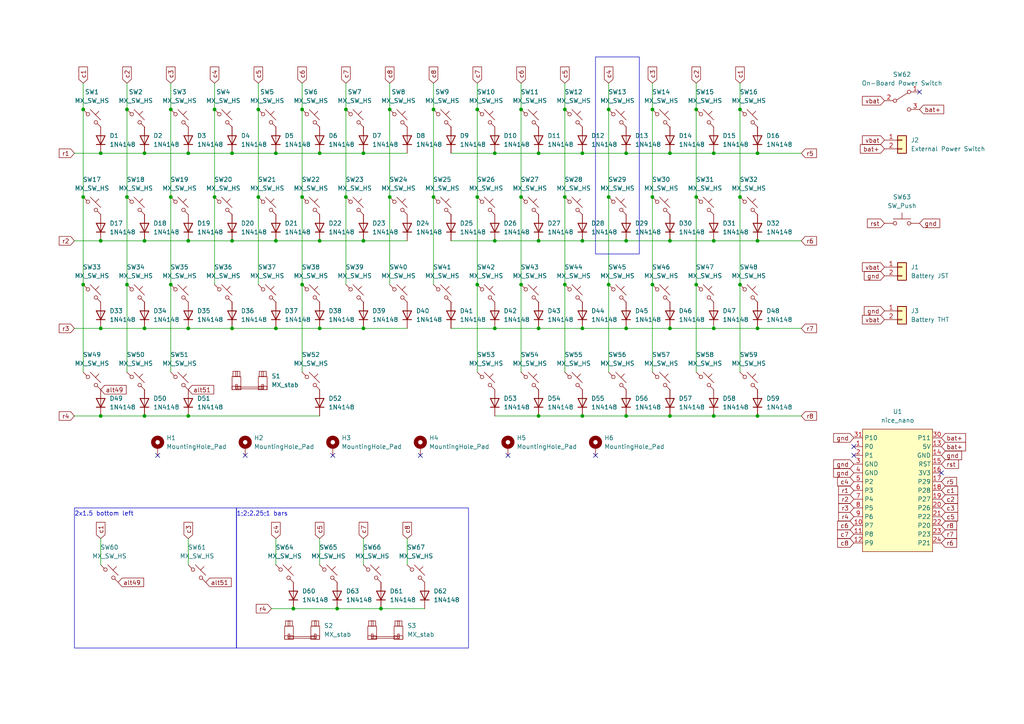
<source format=kicad_sch>
(kicad_sch (version 20230121) (generator eeschema)
  (paper "A4")
  (junction (at 181.61 69.85))
  (junction (at 168.91 95.25))
  (junction (at 219.71 69.85))
  (junction (at 49.53 31.75))
  (junction (at 168.91 69.85))
  (junction (at 29.21 120.65))
  (junction (at 105.41 69.85))
  (junction (at 181.61 95.25))
  (junction (at 189.23 57.15))
  (junction (at 85.09 176.53))
  (junction (at 87.63 82.55))
  (junction (at 110.49 176.53))
  (junction (at 36.83 57.15))
  (junction (at 189.23 82.55))
  (junction (at 74.93 31.75))
  (junction (at 168.91 44.45))
  (junction (at 151.13 57.15))
  (junction (at 194.31 44.45))
  (junction (at 143.51 44.45))
  (junction (at 156.21 120.65))
  (junction (at 163.83 82.55))
  (junction (at 100.33 57.15))
  (junction (at 87.63 57.15))
  (junction (at 24.13 82.55))
  (junction (at 219.71 95.25))
  (junction (at 92.71 95.25))
  (junction (at 194.31 95.25))
  (junction (at 36.83 82.55))
  (junction (at 214.63 31.75))
  (junction (at 80.01 69.85))
  (junction (at 113.03 57.15))
  (junction (at 29.21 69.85))
  (junction (at 176.53 82.55))
  (junction (at 156.21 44.45))
  (junction (at 181.61 44.45))
  (junction (at 125.73 57.15))
  (junction (at 201.93 82.55))
  (junction (at 92.71 69.85))
  (junction (at 54.61 95.25))
  (junction (at 113.03 31.75))
  (junction (at 151.13 82.55))
  (junction (at 29.21 44.45))
  (junction (at 168.91 120.65))
  (junction (at 49.53 57.15))
  (junction (at 74.93 57.15))
  (junction (at 24.13 31.75))
  (junction (at 97.79 176.53))
  (junction (at 100.33 31.75))
  (junction (at 138.43 82.55))
  (junction (at 105.41 44.45))
  (junction (at 214.63 57.15))
  (junction (at 138.43 31.75))
  (junction (at 176.53 31.75))
  (junction (at 41.91 95.25))
  (junction (at 80.01 44.45))
  (junction (at 156.21 69.85))
  (junction (at 36.83 31.75))
  (junction (at 207.01 69.85))
  (junction (at 29.21 95.25))
  (junction (at 151.13 31.75))
  (junction (at 62.23 57.15))
  (junction (at 92.71 44.45))
  (junction (at 80.01 95.25))
  (junction (at 207.01 95.25))
  (junction (at 214.63 82.55))
  (junction (at 201.93 57.15))
  (junction (at 49.53 82.55))
  (junction (at 54.61 44.45))
  (junction (at 194.31 69.85))
  (junction (at 67.31 95.25))
  (junction (at 156.21 95.25))
  (junction (at 54.61 120.65))
  (junction (at 189.23 31.75))
  (junction (at 41.91 120.65))
  (junction (at 54.61 69.85))
  (junction (at 163.83 57.15))
  (junction (at 138.43 57.15))
  (junction (at 67.31 44.45))
  (junction (at 67.31 69.85))
  (junction (at 41.91 44.45))
  (junction (at 125.73 31.75))
  (junction (at 176.53 57.15))
  (junction (at 219.71 120.65))
  (junction (at 41.91 69.85))
  (junction (at 143.51 69.85))
  (junction (at 181.61 120.65))
  (junction (at 62.23 31.75))
  (junction (at 143.51 95.25))
  (junction (at 207.01 120.65))
  (junction (at 87.63 31.75))
  (junction (at 194.31 120.65))
  (junction (at 219.71 44.45))
  (junction (at 24.13 57.15))
  (junction (at 105.41 95.25))
  (junction (at 207.01 44.45))
  (junction (at 163.83 31.75))
  (junction (at 201.93 31.75))
  (no_connect (at 247.65 129.54))
  (no_connect (at 147.32 132.08))
  (no_connect (at 172.72 132.08))
  (no_connect (at 45.72 132.08))
  (no_connect (at 121.92 132.08))
  (no_connect (at 273.05 137.16))
  (no_connect (at 247.65 132.08))
  (no_connect (at 96.52 132.08))
  (no_connect (at 71.12 132.08))
  (no_connect (at 266.7 26.67))
  (wire (pts (xy 214.63 82.55) (xy 214.63 107.95)))
  (wire (pts (xy 125.73 57.15) (xy 125.73 82.55)))
  (wire (pts (xy 80.01 95.25) (xy 92.71 95.25)))
  (wire (pts (xy 201.93 82.55) (xy 201.93 107.95)))
  (wire (pts (xy 21.59 120.65) (xy 29.21 120.65)))
  (wire (pts (xy 105.41 156.21) (xy 105.41 163.83)))
  (wire (pts (xy 100.33 24.13) (xy 100.33 31.75)))
  (wire (pts (xy 151.13 82.55) (xy 151.13 107.95)))
  (wire (pts (xy 105.41 69.85) (xy 118.11 69.85)))
  (wire (pts (xy 54.61 120.65) (xy 92.71 120.65)))
  (wire (pts (xy 87.63 24.13) (xy 87.63 31.75)))
  (wire (pts (xy 214.63 31.75) (xy 214.63 57.15)))
  (wire (pts (xy 54.61 95.25) (xy 67.31 95.25)))
  (wire (pts (xy 100.33 57.15) (xy 100.33 82.55)))
  (wire (pts (xy 105.41 95.25) (xy 118.11 95.25)))
  (wire (pts (xy 176.53 24.13) (xy 176.53 31.75)))
  (wire (pts (xy 80.01 156.21) (xy 80.01 163.83)))
  (wire (pts (xy 113.03 57.15) (xy 113.03 82.55)))
  (wire (pts (xy 36.83 24.13) (xy 36.83 31.75)))
  (wire (pts (xy 207.01 69.85) (xy 219.71 69.85)))
  (wire (pts (xy 24.13 24.13) (xy 24.13 31.75)))
  (wire (pts (xy 151.13 57.15) (xy 151.13 82.55)))
  (wire (pts (xy 189.23 24.13) (xy 189.23 31.75)))
  (wire (pts (xy 176.53 82.55) (xy 176.53 107.95)))
  (wire (pts (xy 29.21 95.25) (xy 41.91 95.25)))
  (wire (pts (xy 130.81 69.85) (xy 143.51 69.85)))
  (wire (pts (xy 163.83 57.15) (xy 163.83 82.55)))
  (wire (pts (xy 92.71 69.85) (xy 105.41 69.85)))
  (wire (pts (xy 24.13 31.75) (xy 24.13 57.15)))
  (wire (pts (xy 41.91 120.65) (xy 54.61 120.65)))
  (wire (pts (xy 219.71 120.65) (xy 232.41 120.65)))
  (wire (pts (xy 163.83 31.75) (xy 163.83 57.15)))
  (wire (pts (xy 41.91 44.45) (xy 54.61 44.45)))
  (wire (pts (xy 189.23 82.55) (xy 189.23 107.95)))
  (wire (pts (xy 181.61 69.85) (xy 194.31 69.85)))
  (wire (pts (xy 29.21 69.85) (xy 41.91 69.85)))
  (wire (pts (xy 207.01 120.65) (xy 219.71 120.65)))
  (wire (pts (xy 194.31 95.25) (xy 207.01 95.25)))
  (wire (pts (xy 125.73 24.13) (xy 125.73 31.75)))
  (wire (pts (xy 189.23 31.75) (xy 189.23 57.15)))
  (wire (pts (xy 85.09 176.53) (xy 97.79 176.53)))
  (wire (pts (xy 67.31 95.25) (xy 80.01 95.25)))
  (wire (pts (xy 36.83 31.75) (xy 36.83 57.15)))
  (wire (pts (xy 74.93 57.15) (xy 74.93 82.55)))
  (wire (pts (xy 194.31 120.65) (xy 207.01 120.65)))
  (wire (pts (xy 36.83 57.15) (xy 36.83 82.55)))
  (wire (pts (xy 176.53 31.75) (xy 176.53 57.15)))
  (wire (pts (xy 67.31 44.45) (xy 80.01 44.45)))
  (wire (pts (xy 168.91 95.25) (xy 181.61 95.25)))
  (wire (pts (xy 163.83 24.13) (xy 163.83 31.75)))
  (wire (pts (xy 24.13 57.15) (xy 24.13 82.55)))
  (wire (pts (xy 41.91 95.25) (xy 54.61 95.25)))
  (wire (pts (xy 168.91 120.65) (xy 181.61 120.65)))
  (wire (pts (xy 138.43 82.55) (xy 138.43 107.95)))
  (wire (pts (xy 181.61 120.65) (xy 194.31 120.65)))
  (wire (pts (xy 118.11 156.21) (xy 118.11 163.83)))
  (wire (pts (xy 62.23 57.15) (xy 62.23 82.55)))
  (wire (pts (xy 219.71 95.25) (xy 232.41 95.25)))
  (wire (pts (xy 113.03 31.75) (xy 113.03 57.15)))
  (wire (pts (xy 29.21 156.21) (xy 29.21 163.83)))
  (wire (pts (xy 21.59 69.85) (xy 29.21 69.85)))
  (wire (pts (xy 80.01 44.45) (xy 92.71 44.45)))
  (wire (pts (xy 29.21 120.65) (xy 41.91 120.65)))
  (wire (pts (xy 105.41 44.45) (xy 118.11 44.45)))
  (wire (pts (xy 92.71 44.45) (xy 105.41 44.45)))
  (wire (pts (xy 151.13 31.75) (xy 151.13 57.15)))
  (wire (pts (xy 201.93 31.75) (xy 201.93 57.15)))
  (wire (pts (xy 62.23 31.75) (xy 62.23 57.15)))
  (wire (pts (xy 189.23 57.15) (xy 189.23 82.55)))
  (wire (pts (xy 36.83 82.55) (xy 36.83 107.95)))
  (wire (pts (xy 125.73 31.75) (xy 125.73 57.15)))
  (wire (pts (xy 54.61 44.45) (xy 67.31 44.45)))
  (wire (pts (xy 67.31 69.85) (xy 80.01 69.85)))
  (wire (pts (xy 201.93 57.15) (xy 201.93 82.55)))
  (wire (pts (xy 194.31 69.85) (xy 207.01 69.85)))
  (wire (pts (xy 130.81 95.25) (xy 143.51 95.25)))
  (wire (pts (xy 92.71 156.21) (xy 92.71 163.83)))
  (wire (pts (xy 21.59 95.25) (xy 29.21 95.25)))
  (wire (pts (xy 49.53 82.55) (xy 49.53 107.95)))
  (wire (pts (xy 207.01 44.45) (xy 219.71 44.45)))
  (wire (pts (xy 143.51 95.25) (xy 156.21 95.25)))
  (wire (pts (xy 143.51 44.45) (xy 156.21 44.45)))
  (wire (pts (xy 49.53 31.75) (xy 49.53 57.15)))
  (wire (pts (xy 219.71 69.85) (xy 232.41 69.85)))
  (wire (pts (xy 80.01 69.85) (xy 92.71 69.85)))
  (wire (pts (xy 163.83 82.55) (xy 163.83 107.95)))
  (wire (pts (xy 156.21 44.45) (xy 168.91 44.45)))
  (wire (pts (xy 143.51 69.85) (xy 156.21 69.85)))
  (wire (pts (xy 194.31 44.45) (xy 207.01 44.45)))
  (wire (pts (xy 168.91 69.85) (xy 181.61 69.85)))
  (wire (pts (xy 87.63 31.75) (xy 87.63 57.15)))
  (wire (pts (xy 207.01 95.25) (xy 219.71 95.25)))
  (wire (pts (xy 181.61 44.45) (xy 194.31 44.45)))
  (wire (pts (xy 168.91 44.45) (xy 181.61 44.45)))
  (wire (pts (xy 176.53 57.15) (xy 176.53 82.55)))
  (wire (pts (xy 156.21 69.85) (xy 168.91 69.85)))
  (wire (pts (xy 100.33 31.75) (xy 100.33 57.15)))
  (wire (pts (xy 156.21 120.65) (xy 168.91 120.65)))
  (wire (pts (xy 92.71 95.25) (xy 105.41 95.25)))
  (wire (pts (xy 110.49 176.53) (xy 123.19 176.53)))
  (wire (pts (xy 156.21 95.25) (xy 168.91 95.25)))
  (wire (pts (xy 138.43 57.15) (xy 138.43 82.55)))
  (wire (pts (xy 214.63 24.13) (xy 214.63 31.75)))
  (wire (pts (xy 201.93 24.13) (xy 201.93 31.75)))
  (wire (pts (xy 113.03 24.13) (xy 113.03 31.75)))
  (wire (pts (xy 54.61 69.85) (xy 67.31 69.85)))
  (wire (pts (xy 138.43 24.13) (xy 138.43 31.75)))
  (wire (pts (xy 181.61 95.25) (xy 194.31 95.25)))
  (wire (pts (xy 21.59 44.45) (xy 29.21 44.45)))
  (wire (pts (xy 29.21 44.45) (xy 41.91 44.45)))
  (wire (pts (xy 87.63 82.55) (xy 87.63 107.95)))
  (wire (pts (xy 214.63 57.15) (xy 214.63 82.55)))
  (wire (pts (xy 74.93 31.75) (xy 74.93 57.15)))
  (wire (pts (xy 151.13 24.13) (xy 151.13 31.75)))
  (wire (pts (xy 97.79 176.53) (xy 110.49 176.53)))
  (wire (pts (xy 130.81 44.45) (xy 143.51 44.45)))
  (wire (pts (xy 87.63 57.15) (xy 87.63 82.55)))
  (wire (pts (xy 219.71 44.45) (xy 232.41 44.45)))
  (wire (pts (xy 138.43 31.75) (xy 138.43 57.15)))
  (wire (pts (xy 24.13 82.55) (xy 24.13 107.95)))
  (wire (pts (xy 54.61 156.21) (xy 54.61 163.83)))
  (wire (pts (xy 49.53 57.15) (xy 49.53 82.55)))
  (wire (pts (xy 41.91 69.85) (xy 54.61 69.85)))
  (wire (pts (xy 62.23 24.13) (xy 62.23 31.75)))
  (wire (pts (xy 74.93 24.13) (xy 74.93 31.75)))
  (wire (pts (xy 78.74 176.53) (xy 85.09 176.53)))
  (wire (pts (xy 143.51 120.65) (xy 156.21 120.65)))
  (wire (pts (xy 49.53 24.13) (xy 49.53 31.75)))
  (rectangle (start 68.58 147.32) (end 135.89 187.96))
  (rectangle (start 21.59 147.32) (end 68.58 187.96))
  (rectangle (start 172.72 16.51) (end 185.42 73.66))
  (text "1;2;2.25;1 bars" (at 68.58 149.86 0) (effects (font (size 1.27 1.27)) (justify left bottom)))
  (text "2x1.5 bottom left" (at 21.59 149.86 0) (effects (font (size 1.27 1.27)) (justify left bottom)))
  (global_label "gnd" (shape input) (at 247.65 127 180) (property "Intersheetrefs" "${INTERSHEET_REFS}" (effects hide)))
  (global_label "rst" (shape input) (at 273.05 134.62 0) (property "Intersheetrefs" "${INTERSHEET_REFS}" (effects hide)))
  (global_label "bat+" (shape input) (at 266.7 31.75 0) (property "Intersheetrefs" "${INTERSHEET_REFS}" (effects hide)))
  (global_label "c2" (shape input) (at 201.93 24.13 90) (property "Intersheetrefs" "${INTERSHEET_REFS}" (effects hide)))
  (global_label "c3" (shape input) (at 273.05 147.32 0) (property "Intersheetrefs" "${INTERSHEET_REFS}" (effects hide)))
  (global_label "r8" (shape input) (at 232.41 120.65 0) (property "Intersheetrefs" "${INTERSHEET_REFS}" (effects hide)))
  (global_label "c4" (shape input) (at 247.65 139.7 180) (property "Intersheetrefs" "${INTERSHEET_REFS}" (effects hide)))
  (global_label "vbat" (shape input) (at 256.54 40.64 180) (property "Intersheetrefs" "${INTERSHEET_REFS}" (effects hide)))
  (global_label "c8" (shape input) (at 247.65 157.48 180) (property "Intersheetrefs" "${INTERSHEET_REFS}" (effects hide)))
  (global_label "alt51" (shape input) (at 54.61 113.03 0) (property "Intersheetrefs" "${INTERSHEET_REFS}" (effects hide)))
  (global_label "r2" (shape input) (at 247.65 144.78 180) (property "Intersheetrefs" "${INTERSHEET_REFS}" (effects hide)))
  (global_label "r4" (shape input) (at 247.65 149.86 180) (property "Intersheetrefs" "${INTERSHEET_REFS}" (effects hide)))
  (global_label "r6" (shape input) (at 273.05 157.48 0) (property "Intersheetrefs" "${INTERSHEET_REFS}" (effects hide)))
  (global_label "vbat" (shape input) (at 256.54 77.47 180) (property "Intersheetrefs" "${INTERSHEET_REFS}" (effects hide)))
  (global_label "r3" (shape input) (at 247.65 147.32 180) (property "Intersheetrefs" "${INTERSHEET_REFS}" (effects hide)))
  (global_label "c8" (shape input) (at 113.03 24.13 90) (property "Intersheetrefs" "${INTERSHEET_REFS}" (effects hide)))
  (global_label "r3" (shape input) (at 21.59 95.25 180) (property "Intersheetrefs" "${INTERSHEET_REFS}" (effects hide)))
  (global_label "rst" (shape input) (at 256.54 64.77 180) (property "Intersheetrefs" "${INTERSHEET_REFS}" (effects hide)))
  (global_label "c7" (shape input) (at 247.65 154.94 180) (property "Intersheetrefs" "${INTERSHEET_REFS}" (effects hide)))
  (global_label "c6" (shape input) (at 247.65 152.4 180) (property "Intersheetrefs" "${INTERSHEET_REFS}" (effects hide)))
  (global_label "r2" (shape input) (at 21.59 69.85 180) (property "Intersheetrefs" "${INTERSHEET_REFS}" (effects hide)))
  (global_label "c5" (shape input) (at 163.83 24.13 90) (property "Intersheetrefs" "${INTERSHEET_REFS}" (effects hide)))
  (global_label "bat+" (shape input) (at 273.05 127 0) (property "Intersheetrefs" "${INTERSHEET_REFS}" (effects hide)))
  (global_label "r1" (shape input) (at 247.65 142.24 180) (property "Intersheetrefs" "${INTERSHEET_REFS}" (effects hide)))
  (global_label "alt49" (shape input) (at 29.21 113.03 0) (property "Intersheetrefs" "${INTERSHEET_REFS}" (effects hide)))
  (global_label "c6" (shape input) (at 151.13 24.13 90) (property "Intersheetrefs" "${INTERSHEET_REFS}" (effects hide)))
  (global_label "c8" (shape input) (at 118.11 156.21 90) (property "Intersheetrefs" "${INTERSHEET_REFS}" (effects hide)))
  (global_label "c3" (shape input) (at 189.23 24.13 90) (property "Intersheetrefs" "${INTERSHEET_REFS}" (effects hide)))
  (global_label "vbat" (shape input) (at 256.54 29.21 180) (property "Intersheetrefs" "${INTERSHEET_REFS}" (effects hide)))
  (global_label "r5" (shape input) (at 273.05 139.7 0) (property "Intersheetrefs" "${INTERSHEET_REFS}" (effects hide)))
  (global_label "gnd" (shape input) (at 247.65 134.62 180) (property "Intersheetrefs" "${INTERSHEET_REFS}" (effects hide)))
  (global_label "r4" (shape input) (at 21.59 120.65 180) (property "Intersheetrefs" "${INTERSHEET_REFS}" (effects hide)))
  (global_label "c1" (shape input) (at 273.05 142.24 0) (property "Intersheetrefs" "${INTERSHEET_REFS}" (effects hide)))
  (global_label "c7" (shape input) (at 100.33 24.13 90) (property "Intersheetrefs" "${INTERSHEET_REFS}" (effects hide)))
  (global_label "bat+" (shape input) (at 256.54 43.18 180) (property "Intersheetrefs" "${INTERSHEET_REFS}" (effects hide)))
  (global_label "c4" (shape input) (at 80.01 156.21 90) (property "Intersheetrefs" "${INTERSHEET_REFS}" (effects hide)))
  (global_label "gnd" (shape input) (at 247.65 137.16 180) (property "Intersheetrefs" "${INTERSHEET_REFS}" (effects hide)))
  (global_label "r5" (shape input) (at 232.41 44.45 0) (property "Intersheetrefs" "${INTERSHEET_REFS}" (effects hide)))
  (global_label "c5" (shape input) (at 273.05 149.86 0) (property "Intersheetrefs" "${INTERSHEET_REFS}" (effects hide)))
  (global_label "r6" (shape input) (at 232.41 69.85 0) (property "Intersheetrefs" "${INTERSHEET_REFS}" (effects hide)))
  (global_label "gnd" (shape input) (at 273.05 132.08 0) (property "Intersheetrefs" "${INTERSHEET_REFS}" (effects hide)))
  (global_label "alt49" (shape input) (at 34.29 168.91 0) (property "Intersheetrefs" "${INTERSHEET_REFS}" (effects hide)))
  (global_label "c2" (shape input) (at 36.83 24.13 90) (property "Intersheetrefs" "${INTERSHEET_REFS}" (effects hide)))
  (global_label "c4" (shape input) (at 176.53 24.13 90) (property "Intersheetrefs" "${INTERSHEET_REFS}" (effects hide)))
  (global_label "c8" (shape input) (at 125.73 24.13 90) (property "Intersheetrefs" "${INTERSHEET_REFS}" (effects hide)))
  (global_label "alt51" (shape input) (at 59.69 168.91 0) (property "Intersheetrefs" "${INTERSHEET_REFS}" (effects hide)))
  (global_label "c5" (shape input) (at 92.71 156.21 90) (property "Intersheetrefs" "${INTERSHEET_REFS}" (effects hide)))
  (global_label "c3" (shape input) (at 54.61 156.21 90) (property "Intersheetrefs" "${INTERSHEET_REFS}" (effects hide)))
  (global_label "bat+" (shape input) (at 273.05 129.54 0) (property "Intersheetrefs" "${INTERSHEET_REFS}" (effects hide)))
  (global_label "gnd" (shape input) (at 256.54 90.17 180) (property "Intersheetrefs" "${INTERSHEET_REFS}" (effects hide)))
  (global_label "c5" (shape input) (at 74.93 24.13 90) (property "Intersheetrefs" "${INTERSHEET_REFS}" (effects hide)))
  (global_label "r7" (shape input) (at 273.05 154.94 0) (property "Intersheetrefs" "${INTERSHEET_REFS}" (effects hide)))
  (global_label "vbat" (shape input) (at 256.54 92.71 180) (property "Intersheetrefs" "${INTERSHEET_REFS}" (effects hide)))
  (global_label "c7" (shape input) (at 138.43 24.13 90) (property "Intersheetrefs" "${INTERSHEET_REFS}" (effects hide)))
  (global_label "c4" (shape input) (at 62.23 24.13 90) (property "Intersheetrefs" "${INTERSHEET_REFS}" (effects hide)))
  (global_label "r4" (shape input) (at 78.74 176.53 180) (property "Intersheetrefs" "${INTERSHEET_REFS}" (effects hide)))
  (global_label "c6" (shape input) (at 87.63 24.13 90) (property "Intersheetrefs" "${INTERSHEET_REFS}" (effects hide)))
  (global_label "c7" (shape input) (at 105.41 156.21 90) (property "Intersheetrefs" "${INTERSHEET_REFS}" (effects hide)))
  (global_label "r7" (shape input) (at 232.41 95.25 0) (property "Intersheetrefs" "${INTERSHEET_REFS}" (effects hide)))
  (global_label "r1" (shape input) (at 21.59 44.45 180) (property "Intersheetrefs" "${INTERSHEET_REFS}" (effects hide)))
  (global_label "gnd" (shape input) (at 266.7 64.77 0) (property "Intersheetrefs" "${INTERSHEET_REFS}" (effects hide)))
  (global_label "c2" (shape input) (at 273.05 144.78 0) (property "Intersheetrefs" "${INTERSHEET_REFS}" (effects hide)))
  (global_label "r8" (shape input) (at 273.05 152.4 0) (property "Intersheetrefs" "${INTERSHEET_REFS}" (effects hide)))
  (global_label "c1" (shape input) (at 29.21 156.21 90) (property "Intersheetrefs" "${INTERSHEET_REFS}" (effects hide)))
  (global_label "c1" (shape input) (at 24.13 24.13 90) (property "Intersheetrefs" "${INTERSHEET_REFS}" (effects hide)))
  (global_label "c3" (shape input) (at 49.53 24.13 90) (property "Intersheetrefs" "${INTERSHEET_REFS}" (effects hide)))
  (global_label "gnd" (shape input) (at 256.54 80.01 180) (property "Intersheetrefs" "${INTERSHEET_REFS}" (effects hide)))
  (global_label "c1" (shape input) (at 214.63 24.13 90) (property "Intersheetrefs" "${INTERSHEET_REFS}" (effects hide)))
  (symbol (lib_id "marbastlib-mx:MX_SW_HS") (at 179.07 59.69 0) (unit 1)
    (property "Reference" "SW29" (at 179.07 52.07 0))
    (property "Value" "MX_SW_HS" (at 179.07 54.61 0))
    (property "Footprint" "marbastlib-mx:SW_MX_1u" (effects hide))
  )
  (symbol (lib_id "Diode:1N4148") (at 181.61 40.64 90) (unit 1)
    (property "Reference" "D13" (at 184.15 39.37 90) (effects (justify right)))
    (property "Value" "1N4148" (at 184.15 41.91 90) (effects (justify right)))
    (property "Footprint" "Diode_SMD:D_1206_3216Metric_Pad1.42x1.75mm_HandSolder" (effects hide))
    (property "Datasheet" "https://assets.nexperia.com/documents/data-sheet/1N4148_1N4448.pdf" (effects hide))
    (property "Sim.Device" "D" (effects hide))
    (property "Sim.Pins" "1=K 2=A" (effects hide))
  )
  (symbol (lib_id "marbastlib-mx:MX_SW_HS") (at 120.65 166.37 0) (unit 1)
    (property "Reference" "SW67" (at 120.65 158.75 0))
    (property "Value" "MX_SW_HS" (at 120.65 161.29 0))
    (property "Footprint" "marbastlib-mx:SW_MX_HS_1u" (effects hide))
  )
  (symbol (lib_id "Diode:1N4148") (at 118.11 91.44 90) (unit 1)
    (property "Reference" "D40" (at 120.65 90.17 90) (effects (justify right)))
    (property "Value" "1N4148" (at 120.65 92.71 90) (effects (justify right)))
    (property "Footprint" "Diode_SMD:D_1206_3216Metric_Pad1.42x1.75mm_HandSolder" (effects hide))
    (property "Datasheet" "https://assets.nexperia.com/documents/data-sheet/1N4148_1N4448.pdf" (effects hide))
    (property "Sim.Device" "D" (effects hide))
    (property "Sim.Pins" "1=K 2=A" (effects hide))
  )
  (symbol (lib_id "Diode:1N4148") (at 194.31 116.84 90) (unit 1)
    (property "Reference" "D57" (at 196.85 115.57 90) (effects (justify right)))
    (property "Value" "1N4148" (at 196.85 118.11 90) (effects (justify right)))
    (property "Footprint" "Diode_SMD:D_1206_3216Metric_Pad1.42x1.75mm_HandSolder" (effects hide))
    (property "Datasheet" "https://assets.nexperia.com/documents/data-sheet/1N4148_1N4448.pdf" (effects hide))
    (property "Sim.Device" "D" (effects hide))
    (property "Sim.Pins" "1=K 2=A" (effects hide))
  )
  (symbol (lib_id "marbastlib-mx:MX_SW_HS") (at 115.57 59.69 0) (unit 1)
    (property "Reference" "SW24" (at 115.57 52.07 0))
    (property "Value" "MX_SW_HS" (at 115.57 54.61 0))
    (property "Footprint" "marbastlib-mx:SW_MX_HS_1u" (effects hide))
  )
  (symbol (lib_id "Diode:1N4148") (at 181.61 116.84 90) (unit 1)
    (property "Reference" "D56" (at 184.15 115.57 90) (effects (justify right)))
    (property "Value" "1N4148" (at 184.15 118.11 90) (effects (justify right)))
    (property "Footprint" "Diode_SMD:D_1206_3216Metric_Pad1.42x1.75mm_HandSolder" (effects hide))
    (property "Datasheet" "https://assets.nexperia.com/documents/data-sheet/1N4148_1N4448.pdf" (effects hide))
    (property "Sim.Device" "D" (effects hide))
    (property "Sim.Pins" "1=K 2=A" (effects hide))
  )
  (symbol (lib_id "Diode:1N4148") (at 168.91 66.04 90) (unit 1)
    (property "Reference" "D28" (at 171.45 64.77 90) (effects (justify right)))
    (property "Value" "1N4148" (at 171.45 67.31 90) (effects (justify right)))
    (property "Footprint" "Diode_SMD:D_1206_3216Metric_Pad1.42x1.75mm_HandSolder" (effects hide))
    (property "Datasheet" "https://assets.nexperia.com/documents/data-sheet/1N4148_1N4448.pdf" (effects hide))
    (property "Sim.Device" "D" (effects hide))
    (property "Sim.Pins" "1=K 2=A" (effects hide))
  )
  (symbol (lib_id "marbastlib-mx:MX_SW_HS") (at 52.07 110.49 0) (unit 1)
    (property "Reference" "SW51" (at 52.07 102.87 0))
    (property "Value" "MX_SW_HS" (at 52.07 105.41 0))
    (property "Footprint" "marbastlib-mx:SW_MX_HS_1u" (effects hide))
  )
  (symbol (lib_id "marbastlib-mx:MX_SW_HS") (at 140.97 34.29 0) (unit 1)
    (property "Reference" "SW10" (at 140.97 26.67 0))
    (property "Value" "MX_SW_HS" (at 140.97 29.21 0))
    (property "Footprint" "marbastlib-mx:SW_MX_HS_1u" (effects hide))
  )
  (symbol (lib_id "marbastlib-mx:MX_SW_HS") (at 82.55 166.37 0) (unit 1)
    (property "Reference" "SW64" (at 82.55 158.75 0))
    (property "Value" "MX_SW_HS" (at 82.55 161.29 0))
    (property "Footprint" "marbastlib-mx:SW_MX_HS_1u" (effects hide))
  )
  (symbol (lib_id "marbastlib-mx:MX_SW_HS") (at 31.75 166.37 0) (unit 1)
    (property "Reference" "SW60" (at 31.75 158.75 0))
    (property "Value" "MX_SW_HS" (at 31.75 161.29 0))
    (property "Footprint" "marbastlib-mx:SW_MX_HS_1.5u" (effects hide))
  )
  (symbol (lib_id "marbastlib-mx:MX_SW_HS") (at 52.07 85.09 0) (unit 1)
    (property "Reference" "SW35" (at 52.07 77.47 0))
    (property "Value" "MX_SW_HS" (at 52.07 80.01 0))
    (property "Footprint" "marbastlib-mx:SW_MX_HS_1u" (effects hide))
  )
  (symbol (lib_id "Switch:SW_SPDT") (at 261.62 29.21 0) (unit 1)
    (property "Reference" "SW62" (at 261.62 21.59 0))
    (property "Value" "On-Board Power Switch" (at 261.62 24.13 0))
    (property "Footprint" "BeiBob:SW_SPDT_PCM12" (effects hide))
  )
  (symbol (lib_id "PCM_marbastlib-mx:MX_stab") (at 111.76 182.88 0) (unit 1)
    (property "Reference" "S3" (at 118.11 181.483 0) (effects (justify left)))
    (property "Value" "MX_stab" (at 118.11 184.023 0) (effects (justify left)))
    (property "Footprint" "PCM_marbastlib-mx:STAB_MX_P_2.25u" (effects hide))
  )
  (symbol (lib_id "Diode:1N4148") (at 67.31 66.04 90) (unit 1)
    (property "Reference" "D20" (at 69.85 64.77 90) (effects (justify right)))
    (property "Value" "1N4148" (at 69.85 67.31 90) (effects (justify right)))
    (property "Footprint" "Diode_SMD:D_1206_3216Metric_Pad1.42x1.75mm_HandSolder" (effects hide))
    (property "Datasheet" "https://assets.nexperia.com/documents/data-sheet/1N4148_1N4448.pdf" (effects hide))
    (property "Sim.Device" "D" (effects hide))
    (property "Sim.Pins" "1=K 2=A" (effects hide))
  )
  (symbol (lib_id "marbastlib-mx:MX_SW_HS") (at 52.07 59.69 0) (unit 1)
    (property "Reference" "SW19" (at 52.07 52.07 0))
    (property "Value" "MX_SW_HS" (at 52.07 54.61 0))
    (property "Footprint" "marbastlib-mx:SW_MX_HS_1u" (effects hide))
  )
  (symbol (lib_id "marbastlib-mx:MX_SW_HS") (at 102.87 85.09 0) (unit 1)
    (property "Reference" "SW39" (at 102.87 77.47 0))
    (property "Value" "MX_SW_HS" (at 102.87 80.01 0))
    (property "Footprint" "marbastlib-mx:SW_MX_HS_1u" (effects hide))
  )
  (symbol (lib_id "Diode:1N4148") (at 130.81 91.44 90) (unit 1)
    (property "Reference" "D41" (at 133.35 90.17 90) (effects (justify right)))
    (property "Value" "1N4148" (at 133.35 92.71 90) (effects (justify right)))
    (property "Footprint" "Diode_SMD:D_1206_3216Metric_Pad1.42x1.75mm_HandSolder" (effects hide))
    (property "Datasheet" "https://assets.nexperia.com/documents/data-sheet/1N4148_1N4448.pdf" (effects hide))
    (property "Sim.Device" "D" (effects hide))
    (property "Sim.Pins" "1=K 2=A" (effects hide))
  )
  (symbol (lib_id "Diode:1N4148") (at 85.09 172.72 90) (unit 1)
    (property "Reference" "D60" (at 87.63 171.45 90) (effects (justify right)))
    (property "Value" "1N4148" (at 87.63 173.99 90) (effects (justify right)))
    (property "Footprint" "Diode_SMD:D_1206_3216Metric_Pad1.42x1.75mm_HandSolder" (effects hide))
    (property "Datasheet" "https://assets.nexperia.com/documents/data-sheet/1N4148_1N4448.pdf" (effects hide))
    (property "Sim.Device" "D" (effects hide))
    (property "Sim.Pins" "1=K 2=A" (effects hide))
  )
  (symbol (lib_id "marbastlib-mx:MX_SW_HS") (at 115.57 34.29 0) (unit 1)
    (property "Reference" "SW8" (at 115.57 26.67 0))
    (property "Value" "MX_SW_HS" (at 115.57 29.21 0))
    (property "Footprint" "marbastlib-mx:SW_MX_HS_1u" (effects hide))
  )
  (symbol (lib_id "marbastlib-mx:MX_SW_HS") (at 39.37 85.09 0) (unit 1)
    (property "Reference" "SW34" (at 39.37 77.47 0))
    (property "Value" "MX_SW_HS" (at 39.37 80.01 0))
    (property "Footprint" "marbastlib-mx:SW_MX_HS_1u" (effects hide))
  )
  (symbol (lib_id "Diode:1N4148") (at 143.51 40.64 90) (unit 1)
    (property "Reference" "D10" (at 146.05 39.37 90) (effects (justify right)))
    (property "Value" "1N4148" (at 146.05 41.91 90) (effects (justify right)))
    (property "Footprint" "Diode_SMD:D_1206_3216Metric_Pad1.42x1.75mm_HandSolder" (effects hide))
    (property "Datasheet" "https://assets.nexperia.com/documents/data-sheet/1N4148_1N4448.pdf" (effects hide))
    (property "Sim.Device" "D" (effects hide))
    (property "Sim.Pins" "1=K 2=A" (effects hide))
  )
  (symbol (lib_id "Diode:1N4148") (at 156.21 91.44 90) (unit 1)
    (property "Reference" "D43" (at 158.75 90.17 90) (effects (justify right)))
    (property "Value" "1N4148" (at 158.75 92.71 90) (effects (justify right)))
    (property "Footprint" "Diode_SMD:D_1206_3216Metric_Pad1.42x1.75mm_HandSolder" (effects hide))
    (property "Datasheet" "https://assets.nexperia.com/documents/data-sheet/1N4148_1N4448.pdf" (effects hide))
    (property "Sim.Device" "D" (effects hide))
    (property "Sim.Pins" "1=K 2=A" (effects hide))
  )
  (symbol (lib_id "PCM_marbastlib-mx:MX_stab") (at 87.63 182.88 0) (unit 1)
    (property "Reference" "S2" (at 93.98 181.483 0) (effects (justify left)))
    (property "Value" "MX_stab" (at 93.98 184.023 0) (effects (justify left)))
    (property "Footprint" "PCM_marbastlib-mx:STAB_MX_P_2u" (effects hide))
  )
  (symbol (lib_id "marbastlib-mx:MX_SW_HS") (at 153.67 85.09 0) (unit 1)
    (property "Reference" "SW43" (at 153.67 77.47 0))
    (property "Value" "MX_SW_HS" (at 153.67 80.01 0))
    (property "Footprint" "marbastlib-mx:SW_MX_HS_1u" (effects hide))
  )
  (symbol (lib_id "Diode:1N4148") (at 181.61 91.44 90) (unit 1)
    (property "Reference" "D45" (at 184.15 90.17 90) (effects (justify right)))
    (property "Value" "1N4148" (at 184.15 92.71 90) (effects (justify right)))
    (property "Footprint" "Diode_SMD:D_1206_3216Metric_Pad1.42x1.75mm_HandSolder" (effects hide))
    (property "Datasheet" "https://assets.nexperia.com/documents/data-sheet/1N4148_1N4448.pdf" (effects hide))
    (property "Sim.Device" "D" (effects hide))
    (property "Sim.Pins" "1=K 2=A" (effects hide))
  )
  (symbol (lib_id "Diode:1N4148") (at 97.79 172.72 90) (unit 1)
    (property "Reference" "D63" (at 100.33 171.45 90) (effects (justify right)))
    (property "Value" "1N4148" (at 100.33 173.99 90) (effects (justify right)))
    (property "Footprint" "Diode_SMD:D_1206_3216Metric_Pad1.42x1.75mm_HandSolder" (effects hide))
    (property "Datasheet" "https://assets.nexperia.com/documents/data-sheet/1N4148_1N4448.pdf" (effects hide))
    (property "Sim.Device" "D" (effects hide))
    (property "Sim.Pins" "1=K 2=A" (effects hide))
  )
  (symbol (lib_id "Diode:1N4148") (at 168.91 116.84 90) (unit 1)
    (property "Reference" "D55" (at 171.45 115.57 90) (effects (justify right)))
    (property "Value" "1N4148" (at 171.45 118.11 90) (effects (justify right)))
    (property "Footprint" "Diode_SMD:D_1206_3216Metric_Pad1.42x1.75mm_HandSolder" (effects hide))
    (property "Datasheet" "https://assets.nexperia.com/documents/data-sheet/1N4148_1N4448.pdf" (effects hide))
    (property "Sim.Device" "D" (effects hide))
    (property "Sim.Pins" "1=K 2=A" (effects hide))
  )
  (symbol (lib_id "Diode:1N4148") (at 118.11 66.04 90) (unit 1)
    (property "Reference" "D24" (at 120.65 64.77 90) (effects (justify right)))
    (property "Value" "1N4148" (at 120.65 67.31 90) (effects (justify right)))
    (property "Footprint" "Diode_SMD:D_1206_3216Metric_Pad1.42x1.75mm_HandSolder" (effects hide))
    (property "Datasheet" "https://assets.nexperia.com/documents/data-sheet/1N4148_1N4448.pdf" (effects hide))
    (property "Sim.Device" "D" (effects hide))
    (property "Sim.Pins" "1=K 2=A" (effects hide))
  )
  (symbol (lib_id "Diode:1N4148") (at 29.21 40.64 90) (unit 1)
    (property "Reference" "D1" (at 31.75 39.37 90) (effects (justify right)))
    (property "Value" "1N4148" (at 31.75 41.91 90) (effects (justify right)))
    (property "Footprint" "Diode_SMD:D_1206_3216Metric_Pad1.42x1.75mm_HandSolder" (effects hide))
    (property "Datasheet" "https://assets.nexperia.com/documents/data-sheet/1N4148_1N4448.pdf" (effects hide))
    (property "Sim.Device" "D" (effects hide))
    (property "Sim.Pins" "1=K 2=A" (effects hide))
  )
  (symbol (lib_id "Diode:1N4148") (at 29.21 116.84 90) (unit 1)
    (property "Reference" "D49" (at 31.75 115.57 90) (effects (justify right)))
    (property "Value" "1N4148" (at 31.75 118.11 90) (effects (justify right)))
    (property "Footprint" "Diode_SMD:D_1206_3216Metric_Pad1.42x1.75mm_HandSolder" (effects hide))
    (property "Datasheet" "https://assets.nexperia.com/documents/data-sheet/1N4148_1N4448.pdf" (effects hide))
    (property "Sim.Device" "D" (effects hide))
    (property "Sim.Pins" "1=K 2=A" (effects hide))
  )
  (symbol (lib_id "Diode:1N4148") (at 54.61 66.04 90) (unit 1)
    (property "Reference" "D19" (at 57.15 64.77 90) (effects (justify right)))
    (property "Value" "1N4148" (at 57.15 67.31 90) (effects (justify right)))
    (property "Footprint" "Diode_SMD:D_1206_3216Metric_Pad1.42x1.75mm_HandSolder" (effects hide))
    (property "Datasheet" "https://assets.nexperia.com/documents/data-sheet/1N4148_1N4448.pdf" (effects hide))
    (property "Sim.Device" "D" (effects hide))
    (property "Sim.Pins" "1=K 2=A" (effects hide))
  )
  (symbol (lib_id "marbastlib-mx:MX_SW_HS") (at 64.77 85.09 0) (unit 1)
    (property "Reference" "SW36" (at 64.77 77.47 0))
    (property "Value" "MX_SW_HS" (at 64.77 80.01 0))
    (property "Footprint" "marbastlib-mx:SW_MX_HS_1u" (effects hide))
  )
  (symbol (lib_id "Diode:1N4148") (at 41.91 40.64 90) (unit 1)
    (property "Reference" "D2" (at 44.45 39.37 90) (effects (justify right)))
    (property "Value" "1N4148" (at 44.45 41.91 90) (effects (justify right)))
    (property "Footprint" "Diode_SMD:D_1206_3216Metric_Pad1.42x1.75mm_HandSolder" (effects hide))
    (property "Datasheet" "https://assets.nexperia.com/documents/data-sheet/1N4148_1N4448.pdf" (effects hide))
    (property "Sim.Device" "D" (effects hide))
    (property "Sim.Pins" "1=K 2=A" (effects hide))
  )
  (symbol (lib_id "Diode:1N4148") (at 41.91 66.04 90) (unit 1)
    (property "Reference" "D18" (at 44.45 64.77 90) (effects (justify right)))
    (property "Value" "1N4148" (at 44.45 67.31 90) (effects (justify right)))
    (property "Footprint" "Diode_SMD:D_1206_3216Metric_Pad1.42x1.75mm_HandSolder" (effects hide))
    (property "Datasheet" "https://assets.nexperia.com/documents/data-sheet/1N4148_1N4448.pdf" (effects hide))
    (property "Sim.Device" "D" (effects hide))
    (property "Sim.Pins" "1=K 2=A" (effects hide))
  )
  (symbol (lib_id "Diode:1N4148") (at 110.49 172.72 90) (unit 1)
    (property "Reference" "D61" (at 113.03 171.45 90) (effects (justify right)))
    (property "Value" "1N4148" (at 113.03 173.99 90) (effects (justify right)))
    (property "Footprint" "Diode_SMD:D_1206_3216Metric_Pad1.42x1.75mm_HandSolder" (effects hide))
    (property "Datasheet" "https://assets.nexperia.com/documents/data-sheet/1N4148_1N4448.pdf" (effects hide))
    (property "Sim.Device" "D" (effects hide))
    (property "Sim.Pins" "1=K 2=A" (effects hide))
  )
  (symbol (lib_id "marbastlib-mx:MX_SW_HS") (at 52.07 34.29 0) (unit 1)
    (property "Reference" "SW3" (at 52.07 26.67 0))
    (property "Value" "MX_SW_HS" (at 52.07 29.21 0))
    (property "Footprint" "marbastlib-mx:SW_MX_HS_1u" (effects hide))
  )
  (symbol (lib_id "marbastlib-mx:MX_SW_HS") (at 204.47 110.49 0) (unit 1)
    (property "Reference" "SW58" (at 204.47 102.87 0))
    (property "Value" "MX_SW_HS" (at 204.47 105.41 0))
    (property "Footprint" "marbastlib-mx:SW_MX_HS_1u" (effects hide))
  )
  (symbol (lib_id "Diode:1N4148") (at 194.31 40.64 90) (unit 1)
    (property "Reference" "D14" (at 196.85 39.37 90) (effects (justify right)))
    (property "Value" "1N4148" (at 196.85 41.91 90) (effects (justify right)))
    (property "Footprint" "Diode_SMD:D_1206_3216Metric_Pad1.42x1.75mm_HandSolder" (effects hide))
    (property "Datasheet" "https://assets.nexperia.com/documents/data-sheet/1N4148_1N4448.pdf" (effects hide))
    (property "Sim.Device" "D" (effects hide))
    (property "Sim.Pins" "1=K 2=A" (effects hide))
  )
  (symbol (lib_id "Diode:1N4148") (at 207.01 40.64 90) (unit 1)
    (property "Reference" "D15" (at 209.55 39.37 90) (effects (justify right)))
    (property "Value" "1N4148" (at 209.55 41.91 90) (effects (justify right)))
    (property "Footprint" "Diode_SMD:D_1206_3216Metric_Pad1.42x1.75mm_HandSolder" (effects hide))
    (property "Datasheet" "https://assets.nexperia.com/documents/data-sheet/1N4148_1N4448.pdf" (effects hide))
    (property "Sim.Device" "D" (effects hide))
    (property "Sim.Pins" "1=K 2=A" (effects hide))
  )
  (symbol (lib_id "marbastlib-mx:MX_SW_HS") (at 39.37 59.69 0) (unit 1)
    (property "Reference" "SW18" (at 39.37 52.07 0))
    (property "Value" "MX_SW_HS" (at 39.37 54.61 0))
    (property "Footprint" "marbastlib-mx:SW_MX_HS_1u" (effects hide))
  )
  (symbol (lib_id "Diode:1N4148") (at 29.21 91.44 90) (unit 1)
    (property "Reference" "D33" (at 31.75 90.17 90) (effects (justify right)))
    (property "Value" "1N4148" (at 31.75 92.71 90) (effects (justify right)))
    (property "Footprint" "Diode_SMD:D_1206_3216Metric_Pad1.42x1.75mm_HandSolder" (effects hide))
    (property "Datasheet" "https://assets.nexperia.com/documents/data-sheet/1N4148_1N4448.pdf" (effects hide))
    (property "Sim.Device" "D" (effects hide))
    (property "Sim.Pins" "1=K 2=A" (effects hide))
  )
  (symbol (lib_id "marbastlib-mx:MX_SW_HS") (at 26.67 59.69 0) (unit 1)
    (property "Reference" "SW17" (at 26.67 52.07 0))
    (property "Value" "MX_SW_HS" (at 26.67 54.61 0))
    (property "Footprint" "marbastlib-mx:SW_MX_HS_1.25u" (effects hide))
  )
  (symbol (lib_id "marbastlib-mx:MX_SW_HS") (at 166.37 85.09 0) (unit 1)
    (property "Reference" "SW44" (at 166.37 77.47 0))
    (property "Value" "MX_SW_HS" (at 166.37 80.01 0))
    (property "Footprint" "marbastlib-mx:SW_MX_HS_1u" (effects hide))
  )
  (symbol (lib_id "marbastlib-mx:MX_SW_HS") (at 153.67 34.29 0) (unit 1)
    (property "Reference" "SW11" (at 153.67 26.67 0))
    (property "Value" "MX_SW_HS" (at 153.67 29.21 0))
    (property "Footprint" "marbastlib-mx:SW_MX_HS_1u" (effects hide))
  )
  (symbol (lib_id "Diode:1N4148") (at 168.91 91.44 90) (unit 1)
    (property "Reference" "D44" (at 171.45 90.17 90) (effects (justify right)))
    (property "Value" "1N4148" (at 171.45 92.71 90) (effects (justify right)))
    (property "Footprint" "Diode_SMD:D_1206_3216Metric_Pad1.42x1.75mm_HandSolder" (effects hide))
    (property "Datasheet" "https://assets.nexperia.com/documents/data-sheet/1N4148_1N4448.pdf" (effects hide))
    (property "Sim.Device" "D" (effects hide))
    (property "Sim.Pins" "1=K 2=A" (effects hide))
  )
  (symbol (lib_id "Mechanical:MountingHole_Pad") (at 172.72 129.54 0) (unit 1)
    (property "Reference" "H6" (at 175.26 127 0) (effects (justify left)))
    (property "Value" "MountingHole_Pad" (at 175.26 129.54 0) (effects (justify left)))
    (property "Footprint" "MountingHole:MountingHole_2.2mm_M2_Pad" (effects hide))
  )
  (symbol (lib_id "Mechanical:MountingHole_Pad") (at 96.52 129.54 0) (unit 1)
    (property "Reference" "H3" (at 99.06 127 0) (effects (justify left)))
    (property "Value" "MountingHole_Pad" (at 99.06 129.54 0) (effects (justify left)))
    (property "Footprint" "MountingHole:MountingHole_2.2mm_M2_Pad" (effects hide))
  )
  (symbol (lib_id "marbastlib-mx:MX_SW_HS") (at 153.67 59.69 0) (unit 1)
    (property "Reference" "SW27" (at 153.67 52.07 0))
    (property "Value" "MX_SW_HS" (at 153.67 54.61 0))
    (property "Footprint" "marbastlib-mx:SW_MX_HS_1u" (effects hide))
  )
  (symbol (lib_id "Diode:1N4148") (at 92.71 91.44 90) (unit 1)
    (property "Reference" "D38" (at 95.25 90.17 90) (effects (justify right)))
    (property "Value" "1N4148" (at 95.25 92.71 90) (effects (justify right)))
    (property "Footprint" "Diode_SMD:D_1206_3216Metric_Pad1.42x1.75mm_HandSolder" (effects hide))
    (property "Datasheet" "https://assets.nexperia.com/documents/data-sheet/1N4148_1N4448.pdf" (effects hide))
    (property "Sim.Device" "D" (effects hide))
    (property "Sim.Pins" "1=K 2=A" (effects hide))
  )
  (symbol (lib_id "marbastlib-mx:MX_SW_HS") (at 217.17 59.69 0) (unit 1)
    (property "Reference" "SW32" (at 217.17 52.07 0))
    (property "Value" "MX_SW_HS" (at 217.17 54.61 0))
    (property "Footprint" "marbastlib-mx:SW_MX_HS_1u" (effects hide))
  )
  (symbol (lib_id "Diode:1N4148") (at 143.51 66.04 90) (unit 1)
    (property "Reference" "D26" (at 146.05 64.77 90) (effects (justify right)))
    (property "Value" "1N4148" (at 146.05 67.31 90) (effects (justify right)))
    (property "Footprint" "Diode_SMD:D_1206_3216Metric_Pad1.42x1.75mm_HandSolder" (effects hide))
    (property "Datasheet" "https://assets.nexperia.com/documents/data-sheet/1N4148_1N4448.pdf" (effects hide))
    (property "Sim.Device" "D" (effects hide))
    (property "Sim.Pins" "1=K 2=A" (effects hide))
  )
  (symbol (lib_id "marbastlib-mx:MX_SW_HS") (at 191.77 59.69 0) (unit 1)
    (property "Reference" "SW30" (at 191.77 52.07 0))
    (property "Value" "MX_SW_HS" (at 191.77 54.61 0))
    (property "Footprint" "marbastlib-mx:SW_MX_HS_1u" (effects hide))
  )
  (symbol (lib_id "marbastlib-mx:MX_SW_HS") (at 90.17 34.29 0) (unit 1)
    (property "Reference" "SW6" (at 90.17 26.67 0))
    (property "Value" "MX_SW_HS" (at 90.17 29.21 0))
    (property "Footprint" "marbastlib-mx:SW_MX_HS_1u" (effects hide))
  )
  (symbol (lib_id "marbastlib-mx:MX_SW_HS") (at 90.17 110.49 0) (unit 1)
    (property "Reference" "SW52" (at 90.17 102.87 0))
    (property "Value" "MX_SW_HS" (at 90.17 105.41 0))
    (property "Footprint" "marbastlib-mx:SW_MX_HS_1u" (effects hide))
  )
  (symbol (lib_id "marbastlib-mx:MX_SW_HS") (at 179.07 110.49 0) (unit 1)
    (property "Reference" "SW56" (at 179.07 102.87 0))
    (property "Value" "MX_SW_HS" (at 179.07 105.41 0))
    (property "Footprint" "marbastlib-mx:SW_MX_HS_1u" (effects hide))
  )
  (symbol (lib_id "marbastlib-mx:MX_SW_HS") (at 128.27 85.09 0) (unit 1)
    (property "Reference" "SW41" (at 128.27 77.47 0))
    (property "Value" "MX_SW_HS" (at 128.27 80.01 0))
    (property "Footprint" "marbastlib-mx:SW_MX_HS_1u" (effects hide))
  )
  (symbol (lib_id "marbastlib-mx:MX_SW_HS") (at 102.87 34.29 0) (unit 1)
    (property "Reference" "SW7" (at 102.87 26.67 0))
    (property "Value" "MX_SW_HS" (at 102.87 29.21 0))
    (property "Footprint" "marbastlib-mx:SW_MX_HS_1u" (effects hide))
  )
  (symbol (lib_id "Diode:1N4148") (at 219.71 40.64 90) (unit 1)
    (property "Reference" "D16" (at 222.25 39.37 90) (effects (justify right)))
    (property "Value" "1N4148" (at 222.25 41.91 90) (effects (justify right)))
    (property "Footprint" "Diode_SMD:D_1206_3216Metric_Pad1.42x1.75mm_HandSolder" (effects hide))
    (property "Datasheet" "https://assets.nexperia.com/documents/data-sheet/1N4148_1N4448.pdf" (effects hide))
    (property "Sim.Device" "D" (effects hide))
    (property "Sim.Pins" "1=K 2=A" (effects hide))
  )
  (symbol (lib_id "Diode:1N4148") (at 207.01 66.04 90) (unit 1)
    (property "Reference" "D31" (at 209.55 64.77 90) (effects (justify right)))
    (property "Value" "1N4148" (at 209.55 67.31 90) (effects (justify right)))
    (property "Footprint" "Diode_SMD:D_1206_3216Metric_Pad1.42x1.75mm_HandSolder" (effects hide))
    (property "Datasheet" "https://assets.nexperia.com/documents/data-sheet/1N4148_1N4448.pdf" (effects hide))
    (property "Sim.Device" "D" (effects hide))
    (property "Sim.Pins" "1=K 2=A" (effects hide))
  )
  (symbol (lib_id "Diode:1N4148") (at 219.71 116.84 90) (unit 1)
    (property "Reference" "D59" (at 222.25 115.57 90) (effects (justify right)))
    (property "Value" "1N4148" (at 222.25 118.11 90) (effects (justify right)))
    (property "Footprint" "Diode_SMD:D_1206_3216Metric_Pad1.42x1.75mm_HandSolder" (effects hide))
    (property "Datasheet" "https://assets.nexperia.com/documents/data-sheet/1N4148_1N4448.pdf" (effects hide))
    (property "Sim.Device" "D" (effects hide))
    (property "Sim.Pins" "1=K 2=A" (effects hide))
  )
  (symbol (lib_id "Diode:1N4148") (at 168.91 40.64 90) (unit 1)
    (property "Reference" "D12" (at 171.45 39.37 90) (effects (justify right)))
    (property "Value" "1N4148" (at 171.45 41.91 90) (effects (justify right)))
    (property "Footprint" "Diode_SMD:D_1206_3216Metric_Pad1.42x1.75mm_HandSolder" (effects hide))
    (property "Datasheet" "https://assets.nexperia.com/documents/data-sheet/1N4148_1N4448.pdf" (effects hide))
    (property "Sim.Device" "D" (effects hide))
    (property "Sim.Pins" "1=K 2=A" (effects hide))
  )
  (symbol (lib_id "Diode:1N4148") (at 80.01 91.44 90) (unit 1)
    (property "Reference" "D37" (at 82.55 90.17 90) (effects (justify right)))
    (property "Value" "1N4148" (at 82.55 92.71 90) (effects (justify right)))
    (property "Footprint" "Diode_SMD:D_1206_3216Metric_Pad1.42x1.75mm_HandSolder" (effects hide))
    (property "Datasheet" "https://assets.nexperia.com/documents/data-sheet/1N4148_1N4448.pdf" (effects hide))
    (property "Sim.Device" "D" (effects hide))
    (property "Sim.Pins" "1=K 2=A" (effects hide))
  )
  (symbol (lib_id "marbastlib-mx:MX_SW_HS") (at 77.47 34.29 0) (unit 1)
    (property "Reference" "SW5" (at 77.47 26.67 0))
    (property "Value" "MX_SW_HS" (at 77.47 29.21 0))
    (property "Footprint" "marbastlib-mx:SW_MX_HS_1u" (effects hide))
  )
  (symbol (lib_id "Diode:1N4148") (at 130.81 40.64 90) (unit 1)
    (property "Reference" "D9" (at 133.35 39.37 90) (effects (justify right)))
    (property "Value" "1N4148" (at 133.35 41.91 90) (effects (justify right)))
    (property "Footprint" "Diode_SMD:D_1206_3216Metric_Pad1.42x1.75mm_HandSolder" (effects hide))
    (property "Datasheet" "https://assets.nexperia.com/documents/data-sheet/1N4148_1N4448.pdf" (effects hide))
    (property "Sim.Device" "D" (effects hide))
    (property "Sim.Pins" "1=K 2=A" (effects hide))
  )
  (symbol (lib_id "Diode:1N4148") (at 92.71 40.64 90) (unit 1)
    (property "Reference" "D6" (at 95.25 39.37 90) (effects (justify right)))
    (property "Value" "1N4148" (at 95.25 41.91 90) (effects (justify right)))
    (property "Footprint" "Diode_SMD:D_1206_3216Metric_Pad1.42x1.75mm_HandSolder" (effects hide))
    (property "Datasheet" "https://assets.nexperia.com/documents/data-sheet/1N4148_1N4448.pdf" (effects hide))
    (property "Sim.Device" "D" (effects hide))
    (property "Sim.Pins" "1=K 2=A" (effects hide))
  )
  (symbol (lib_id "marbastlib-mx:MX_SW_HS") (at 107.95 166.37 0) (unit 1)
    (property "Reference" "SW66" (at 107.95 158.75 0))
    (property "Value" "MX_SW_HS" (at 107.95 161.29 0))
    (property "Footprint" "marbastlib-mx:SW_MX_HS_1u" (effects hide))
  )
  (symbol (lib_id "Connector_Generic:Conn_01x02") (at 261.62 40.64 0) (unit 1)
    (property "Reference" "J2" (at 264.16 40.64 0) (effects (justify left)))
    (property "Value" "External Power Switch" (at 264.16 43.18 0) (effects (justify left)))
    (property "Footprint" "apfellib:power-switch_thts" (effects hide))
  )
  (symbol (lib_id "marbastlib-mx:MX_SW_HS") (at 26.67 110.49 0) (unit 1)
    (property "Reference" "SW49" (at 26.67 102.87 0))
    (property "Value" "MX_SW_HS" (at 26.67 105.41 0))
    (property "Footprint" "marbastlib-mx:SW_MX_HS_1u" (effects hide))
  )
  (symbol (lib_id "marbastlib-mx:MX_SW_HS") (at 140.97 85.09 0) (unit 1)
    (property "Reference" "SW42" (at 140.97 77.47 0))
    (property "Value" "MX_SW_HS" (at 140.97 80.01 0))
    (property "Footprint" "marbastlib-mx:SW_MX_HS_1u" (effects hide))
  )
  (symbol (lib_id "PCM_marbastlib-mx:MX_stab") (at 72.39 110.49 0) (unit 1)
    (property "Reference" "S1" (at 78.74 109.093 0) (effects (justify left)))
    (property "Value" "MX_stab" (at 78.74 111.633 0) (effects (justify left)))
    (property "Footprint" "PCM_marbastlib-mx:STAB_MX_P_6.25u" (effects hide))
  )
  (symbol (lib_id "Diode:1N4148") (at 67.31 40.64 90) (unit 1)
    (property "Reference" "D4" (at 69.85 39.37 90) (effects (justify right)))
    (property "Value" "1N4148" (at 69.85 41.91 90) (effects (justify right)))
    (property "Footprint" "Diode_SMD:D_1206_3216Metric_Pad1.42x1.75mm_HandSolder" (effects hide))
    (property "Datasheet" "https://assets.nexperia.com/documents/data-sheet/1N4148_1N4448.pdf" (effects hide))
    (property "Sim.Device" "D" (effects hide))
    (property "Sim.Pins" "1=K 2=A" (effects hide))
  )
  (symbol (lib_id "Mechanical:MountingHole_Pad") (at 45.72 129.54 0) (unit 1)
    (property "Reference" "H1" (at 48.26 127 0) (effects (justify left)))
    (property "Value" "MountingHole_Pad" (at 48.26 129.54 0) (effects (justify left)))
    (property "Footprint" "MountingHole:MountingHole_2.2mm_M2_Pad" (effects hide))
  )
  (symbol (lib_id "marbastlib-mx:MX_SW_HS") (at 90.17 59.69 0) (unit 1)
    (property "Reference" "SW22" (at 90.17 52.07 0))
    (property "Value" "MX_SW_HS" (at 90.17 54.61 0))
    (property "Footprint" "marbastlib-mx:SW_MX_HS_1u" (effects hide))
  )
  (symbol (lib_id "Diode:1N4148") (at 54.61 116.84 90) (unit 1)
    (property "Reference" "D51" (at 57.15 115.57 90) (effects (justify right)))
    (property "Value" "1N4148" (at 57.15 118.11 90) (effects (justify right)))
    (property "Footprint" "Diode_SMD:D_1206_3216Metric_Pad1.42x1.75mm_HandSolder" (effects hide))
    (property "Datasheet" "https://assets.nexperia.com/documents/data-sheet/1N4148_1N4448.pdf" (effects hide))
    (property "Sim.Device" "D" (effects hide))
    (property "Sim.Pins" "1=K 2=A" (effects hide))
  )
  (symbol (lib_id "marbastlib-mx:MX_SW_HS") (at 115.57 85.09 0) (unit 1)
    (property "Reference" "SW40" (at 115.57 77.47 0))
    (property "Value" "MX_SW_HS" (at 115.57 80.01 0))
    (property "Footprint" "marbastlib-mx:SW_MX_HS_1u" (effects hide))
  )
  (symbol (lib_id "Diode:1N4148") (at 194.31 66.04 90) (unit 1)
    (property "Reference" "D30" (at 196.85 64.77 90) (effects (justify right)))
    (property "Value" "1N4148" (at 196.85 67.31 90) (effects (justify right)))
    (property "Footprint" "Diode_SMD:D_1206_3216Metric_Pad1.42x1.75mm_HandSolder" (effects hide))
    (property "Datasheet" "https://assets.nexperia.com/documents/data-sheet/1N4148_1N4448.pdf" (effects hide))
    (property "Sim.Device" "D" (effects hide))
    (property "Sim.Pins" "1=K 2=A" (effects hide))
  )
  (symbol (lib_id "Diode:1N4148") (at 105.41 40.64 90) (unit 1)
    (property "Reference" "D7" (at 107.95 39.37 90) (effects (justify right)))
    (property "Value" "1N4148" (at 107.95 41.91 90) (effects (justify right)))
    (property "Footprint" "Diode_SMD:D_1206_3216Metric_Pad1.42x1.75mm_HandSolder" (effects hide))
    (property "Datasheet" "https://assets.nexperia.com/documents/data-sheet/1N4148_1N4448.pdf" (effects hide))
    (property "Sim.Device" "D" (effects hide))
    (property "Sim.Pins" "1=K 2=A" (effects hide))
  )
  (symbol (lib_id "marbastlib-mx:MX_SW_HS") (at 26.67 34.29 0) (unit 1)
    (property "Reference" "SW1" (at 26.67 26.67 0))
    (property "Value" "MX_SW_HS" (at 26.67 29.21 0))
    (property "Footprint" "marbastlib-mx:SW_MX_HS_1u" (effects hide))
  )
  (symbol (lib_id "marbastlib-mx:MX_SW_HS") (at 64.77 59.69 0) (unit 1)
    (property "Reference" "SW20" (at 64.77 52.07 0))
    (property "Value" "MX_SW_HS" (at 64.77 54.61 0))
    (property "Footprint" "marbastlib-mx:SW_MX_HS_1u" (effects hide))
  )
  (symbol (lib_id "marbastlib-mx:MX_SW_HS") (at 140.97 110.49 0) (unit 1)
    (property "Reference" "SW53" (at 140.97 102.87 0))
    (property "Value" "MX_SW_HS" (at 140.97 105.41 0))
    (property "Footprint" "marbastlib-mx:SW_MX_HS_1u" (effects hide))
  )
  (symbol (lib_id "Mechanical:MountingHole_Pad") (at 147.32 129.54 0) (unit 1)
    (property "Reference" "H5" (at 149.86 127 0) (effects (justify left)))
    (property "Value" "MountingHole_Pad" (at 149.86 129.54 0) (effects (justify left)))
    (property "Footprint" "MountingHole:MountingHole_2.2mm_M2_Pad" (effects hide))
  )
  (symbol (lib_id "Diode:1N4148") (at 143.51 91.44 90) (unit 1)
    (property "Reference" "D42" (at 146.05 90.17 90) (effects (justify right)))
    (property "Value" "1N4148" (at 146.05 92.71 90) (effects (justify right)))
    (property "Footprint" "Diode_SMD:D_1206_3216Metric_Pad1.42x1.75mm_HandSolder" (effects hide))
    (property "Datasheet" "https://assets.nexperia.com/documents/data-sheet/1N4148_1N4448.pdf" (effects hide))
    (property "Sim.Device" "D" (effects hide))
    (property "Sim.Pins" "1=K 2=A" (effects hide))
  )
  (symbol (lib_id "marbastlib-mx:MX_SW_HS") (at 204.47 59.69 0) (unit 1)
    (property "Reference" "SW31" (at 204.47 52.07 0))
    (property "Value" "MX_SW_HS" (at 204.47 54.61 0))
    (property "Footprint" "marbastlib-mx:SW_MX_HS_1u" (effects hide))
  )
  (symbol (lib_id "Diode:1N4148") (at 156.21 116.84 90) (unit 1)
    (property "Reference" "D54" (at 158.75 115.57 90) (effects (justify right)))
    (property "Value" "1N4148" (at 158.75 118.11 90) (effects (justify right)))
    (property "Footprint" "Diode_SMD:D_1206_3216Metric_Pad1.42x1.75mm_HandSolder" (effects hide))
    (property "Datasheet" "https://assets.nexperia.com/documents/data-sheet/1N4148_1N4448.pdf" (effects hide))
    (property "Sim.Device" "D" (effects hide))
    (property "Sim.Pins" "1=K 2=A" (effects hide))
  )
  (symbol (lib_id "Connector_Generic:Conn_01x02") (at 261.62 90.17 0) (unit 1)
    (property "Reference" "J3" (at 264.16 90.17 0) (effects (justify left)))
    (property "Value" "Battery THT" (at 264.16 92.71 0) (effects (justify left)))
    (property "Footprint" "apfellib:power-thts" (effects hide))
  )
  (symbol (lib_id "Diode:1N4148") (at 219.71 66.04 90) (unit 1)
    (property "Reference" "D32" (at 222.25 64.77 90) (effects (justify right)))
    (property "Value" "1N4148" (at 222.25 67.31 90) (effects (justify right)))
    (property "Footprint" "Diode_SMD:D_1206_3216Metric_Pad1.42x1.75mm_HandSolder" (effects hide))
    (property "Datasheet" "https://assets.nexperia.com/documents/data-sheet/1N4148_1N4448.pdf" (effects hide))
    (property "Sim.Device" "D" (effects hide))
    (property "Sim.Pins" "1=K 2=A" (effects hide))
  )
  (symbol (lib_id "Diode:1N4148") (at 92.71 116.84 90) (unit 1)
    (property "Reference" "D52" (at 95.25 115.57 90) (effects (justify right)))
    (property "Value" "1N4148" (at 95.25 118.11 90) (effects (justify right)))
    (property "Footprint" "Diode_SMD:D_1206_3216Metric_Pad1.42x1.75mm_HandSolder" (effects hide))
    (property "Datasheet" "https://assets.nexperia.com/documents/data-sheet/1N4148_1N4448.pdf" (effects hide))
    (property "Sim.Device" "D" (effects hide))
    (property "Sim.Pins" "1=K 2=A" (effects hide))
  )
  (symbol (lib_id "marbastlib-mx:MX_SW_HS") (at 95.25 166.37 0) (unit 1)
    (property "Reference" "SW65" (at 95.25 158.75 0))
    (property "Value" "MX_SW_HS" (at 95.25 161.29 0))
    (property "Footprint" "marbastlib-mx:SW_MX_HS_1u" (effects hide))
  )
  (symbol (lib_id "Diode:1N4148") (at 92.71 66.04 90) (unit 1)
    (property "Reference" "D22" (at 95.25 64.77 90) (effects (justify right)))
    (property "Value" "1N4148" (at 95.25 67.31 90) (effects (justify right)))
    (property "Footprint" "Diode_SMD:D_1206_3216Metric_Pad1.42x1.75mm_HandSolder" (effects hide))
    (property "Datasheet" "https://assets.nexperia.com/documents/data-sheet/1N4148_1N4448.pdf" (effects hide))
    (property "Sim.Device" "D" (effects hide))
    (property "Sim.Pins" "1=K 2=A" (effects hide))
  )
  (symbol (lib_id "marbastlib-mx:MX_SW_HS") (at 191.77 34.29 0) (unit 1)
    (property "Reference" "SW14" (at 191.77 26.67 0))
    (property "Value" "MX_SW_HS" (at 191.77 29.21 0))
    (property "Footprint" "marbastlib-mx:SW_MX_HS_1u" (effects hide))
  )
  (symbol (lib_id "Diode:1N4148") (at 29.21 66.04 90) (unit 1)
    (property "Reference" "D17" (at 31.75 64.77 90) (effects (justify right)))
    (property "Value" "1N4148" (at 31.75 67.31 90) (effects (justify right)))
    (property "Footprint" "Diode_SMD:D_1206_3216Metric_Pad1.42x1.75mm_HandSolder" (effects hide))
    (property "Datasheet" "https://assets.nexperia.com/documents/data-sheet/1N4148_1N4448.pdf" (effects hide))
    (property "Sim.Device" "D" (effects hide))
    (property "Sim.Pins" "1=K 2=A" (effects hide))
  )
  (symbol (lib_id "marbastlib-mx:MX_SW_HS") (at 191.77 85.09 0) (unit 1)
    (property "Reference" "SW46" (at 191.77 77.47 0))
    (property "Value" "MX_SW_HS" (at 191.77 80.01 0))
    (property "Footprint" "marbastlib-mx:SW_MX_HS_1u" (effects hide))
  )
  (symbol (lib_id "marbastlib-mx:MX_SW_HS") (at 204.47 34.29 0) (unit 1)
    (property "Reference" "SW15" (at 204.47 26.67 0))
    (property "Value" "MX_SW_HS" (at 204.47 29.21 0))
    (property "Footprint" "marbastlib-mx:SW_MX_HS_1u" (effects hide))
  )
  (symbol (lib_id "Diode:1N4148") (at 118.11 40.64 90) (unit 1)
    (property "Reference" "D8" (at 120.65 39.37 90) (effects (justify right)))
    (property "Value" "1N4148" (at 120.65 41.91 90) (effects (justify right)))
    (property "Footprint" "Diode_SMD:D_1206_3216Metric_Pad1.42x1.75mm_HandSolder" (effects hide))
    (property "Datasheet" "https://assets.nexperia.com/documents/data-sheet/1N4148_1N4448.pdf" (effects hide))
    (property "Sim.Device" "D" (effects hide))
    (property "Sim.Pins" "1=K 2=A" (effects hide))
  )
  (symbol (lib_id "Diode:1N4148") (at 105.41 91.44 90) (unit 1)
    (property "Reference" "D39" (at 107.95 90.17 90) (effects (justify right)))
    (property "Value" "1N4148" (at 107.95 92.71 90) (effects (justify right)))
    (property "Footprint" "Diode_SMD:D_1206_3216Metric_Pad1.42x1.75mm_HandSolder" (effects hide))
    (property "Datasheet" "https://assets.nexperia.com/documents/data-sheet/1N4148_1N4448.pdf" (effects hide))
    (property "Sim.Device" "D" (effects hide))
    (property "Sim.Pins" "1=K 2=A" (effects hide))
  )
  (symbol (lib_id "apfel:nice_nano_sidepins_only") (at 260.35 143.51 0) (unit 1)
    (property "Reference" "U1" (at 260.35 119.38 0))
    (property "Value" "nice_nano" (at 260.35 121.92 0))
    (property "Footprint" "apfellib:nice_nano_AH_USBup" (effects hide))
    (property "Datasheet" "https://nicekeyboards.com/docs/nice-nano/pinout-schematic" (effects hide))
  )
  (symbol (lib_id "marbastlib-mx:MX_SW_HS") (at 204.47 85.09 0) (unit 1)
    (property "Reference" "SW47" (at 204.47 77.47 0))
    (property "Value" "MX_SW_HS" (at 204.47 80.01 0))
    (property "Footprint" "marbastlib-mx:SW_MX_HS_1u" (effects hide))
  )
  (symbol (lib_id "marbastlib-mx:MX_SW_HS") (at 217.17 110.49 0) (unit 1)
    (property "Reference" "SW59" (at 217.17 102.87 0))
    (property "Value" "MX_SW_HS" (at 217.17 105.41 0))
    (property "Footprint" "marbastlib-mx:SW_MX_HS_1u" (effects hide))
  )
  (symbol (lib_id "Diode:1N4148") (at 207.01 91.44 90) (unit 1)
    (property "Reference" "D47" (at 209.55 90.17 90) (effects (justify right)))
    (property "Value" "1N4148" (at 209.55 92.71 90) (effects (justify right)))
    (property "Footprint" "Diode_SMD:D_1206_3216Metric_Pad1.42x1.75mm_HandSolder" (effects hide))
    (property "Datasheet" "https://assets.nexperia.com/documents/data-sheet/1N4148_1N4448.pdf" (effects hide))
    (property "Sim.Device" "D" (effects hide))
    (property "Sim.Pins" "1=K 2=A" (effects hide))
  )
  (symbol (lib_id "Mechanical:MountingHole_Pad") (at 121.92 129.54 0) (unit 1)
    (property "Reference" "H4" (at 124.46 127 0) (effects (justify left)))
    (property "Value" "MountingHole_Pad" (at 124.46 129.54 0) (effects (justify left)))
    (property "Footprint" "MountingHole:MountingHole_2.2mm_M2_Pad" (effects hide))
  )
  (symbol (lib_id "marbastlib-mx:MX_SW_HS") (at 153.67 110.49 0) (unit 1)
    (property "Reference" "SW54" (at 153.67 102.87 0))
    (property "Value" "MX_SW_HS" (at 153.67 105.41 0))
    (property "Footprint" "marbastlib-mx:SW_MX_HS_1u" (effects hide))
  )
  (symbol (lib_id "marbastlib-mx:MX_SW_HS") (at 39.37 110.49 0) (unit 1)
    (property "Reference" "SW50" (at 39.37 102.87 0))
    (property "Value" "MX_SW_HS" (at 39.37 105.41 0))
    (property "Footprint" "marbastlib-mx:SW_MX_HS_1u" (effects hide))
  )
  (symbol (lib_id "Diode:1N4148") (at 54.61 40.64 90) (unit 1)
    (property "Reference" "D3" (at 57.15 39.37 90) (effects (justify right)))
    (property "Value" "1N4148" (at 57.15 41.91 90) (effects (justify right)))
    (property "Footprint" "Diode_SMD:D_1206_3216Metric_Pad1.42x1.75mm_HandSolder" (effects hide))
    (property "Datasheet" "https://assets.nexperia.com/documents/data-sheet/1N4148_1N4448.pdf" (effects hide))
    (property "Sim.Device" "D" (effects hide))
    (property "Sim.Pins" "1=K 2=A" (effects hide))
  )
  (symbol (lib_id "Diode:1N4148") (at 105.41 66.04 90) (unit 1)
    (property "Reference" "D23" (at 107.95 64.77 90) (effects (justify right)))
    (property "Value" "1N4148" (at 107.95 67.31 90) (effects (justify right)))
    (property "Footprint" "Diode_SMD:D_1206_3216Metric_Pad1.42x1.75mm_HandSolder" (effects hide))
    (property "Datasheet" "https://assets.nexperia.com/documents/data-sheet/1N4148_1N4448.pdf" (effects hide))
    (property "Sim.Device" "D" (effects hide))
    (property "Sim.Pins" "1=K 2=A" (effects hide))
  )
  (symbol (lib_id "marbastlib-mx:MX_SW_HS") (at 179.07 34.29 0) (unit 1)
    (property "Reference" "SW13" (at 179.07 26.67 0))
    (property "Value" "MX_SW_HS" (at 179.07 29.21 0))
    (property "Footprint" "marbastlib-mx:SW_MX_1u" (effects hide))
  )
  (symbol (lib_id "Switch:SW_Push") (at 261.62 64.77 0) (unit 1)
    (property "Reference" "SW63" (at 261.62 57.15 0))
    (property "Value" "SW_Push" (at 261.62 59.69 0))
    (property "Footprint" "BeiBob:SW_ResetSW" (effects hide))
  )
  (symbol (lib_id "Diode:1N4148") (at 219.71 91.44 90) (unit 1)
    (property "Reference" "D48" (at 222.25 90.17 90) (effects (justify right)))
    (property "Value" "1N4148" (at 222.25 92.71 90) (effects (justify right)))
    (property "Footprint" "Diode_SMD:D_1206_3216Metric_Pad1.42x1.75mm_HandSolder" (effects hide))
    (property "Datasheet" "https://assets.nexperia.com/documents/data-sheet/1N4148_1N4448.pdf" (effects hide))
    (property "Sim.Device" "D" (effects hide))
    (property "Sim.Pins" "1=K 2=A" (effects hide))
  )
  (symbol (lib_id "marbastlib-mx:MX_SW_HS") (at 217.17 34.29 0) (unit 1)
    (property "Reference" "SW16" (at 217.17 26.67 0))
    (property "Value" "MX_SW_HS" (at 217.17 29.21 0))
    (property "Footprint" "marbastlib-mx:SW_MX_HS_1u" (effects hide))
  )
  (symbol (lib_id "marbastlib-mx:MX_SW_HS") (at 166.37 110.49 0) (unit 1)
    (property "Reference" "SW55" (at 166.37 102.87 0))
    (property "Value" "MX_SW_HS" (at 166.37 105.41 0))
    (property "Footprint" "marbastlib-mx:SW_MX_HS_1u" (effects hide))
  )
  (symbol (lib_id "Mechanical:MountingHole_Pad") (at 71.12 129.54 0) (unit 1)
    (property "Reference" "H2" (at 73.66 127 0) (effects (justify left)))
    (property "Value" "MountingHole_Pad" (at 73.66 129.54 0) (effects (justify left)))
    (property "Footprint" "MountingHole:MountingHole_2.2mm_M2_Pad" (effects hide))
  )
  (symbol (lib_id "Diode:1N4148") (at 156.21 66.04 90) (unit 1)
    (property "Reference" "D27" (at 158.75 64.77 90) (effects (justify right)))
    (property "Value" "1N4148" (at 158.75 67.31 90) (effects (justify right)))
    (property "Footprint" "Diode_SMD:D_1206_3216Metric_Pad1.42x1.75mm_HandSolder" (effects hide))
    (property "Datasheet" "https://assets.nexperia.com/documents/data-sheet/1N4148_1N4448.pdf" (effects hide))
    (property "Sim.Device" "D" (effects hide))
    (property "Sim.Pins" "1=K 2=A" (effects hide))
  )
  (symbol (lib_id "marbastlib-mx:MX_SW_HS") (at 166.37 34.29 0) (unit 1)
    (property "Reference" "SW12" (at 166.37 26.67 0))
    (property "Value" "MX_SW_HS" (at 166.37 29.21 0))
    (property "Footprint" "marbastlib-mx:SW_MX_HS_1.75u" (effects hide))
  )
  (symbol (lib_id "marbastlib-mx:MX_SW_HS") (at 140.97 59.69 0) (unit 1)
    (property "Reference" "SW26" (at 140.97 52.07 0))
    (property "Value" "MX_SW_HS" (at 140.97 54.61 0))
    (property "Footprint" "marbastlib-mx:SW_MX_HS_1u" (effects hide))
  )
  (symbol (lib_id "marbastlib-mx:MX_SW_HS") (at 102.87 59.69 0) (unit 1)
    (property "Reference" "SW23" (at 102.87 52.07 0))
    (property "Value" "MX_SW_HS" (at 102.87 54.61 0))
    (property "Footprint" "marbastlib-mx:SW_MX_HS_1u" (effects hide))
  )
  (symbol (lib_id "Connector_Generic:Conn_01x02") (at 261.62 77.47 0) (unit 1)
    (property "Reference" "J1" (at 264.16 77.47 0) (effects (justify left)))
    (property "Value" "Battery JST" (at 264.16 80.01 0) (effects (justify left)))
    (property "Footprint" "Connector_JST:JST_GH_SM02B-GHS-TB_1x02-1MP_P1.25mm_Horizontal" (effects hide))
  )
  (symbol (lib_id "Diode:1N4148") (at 41.91 91.44 90) (unit 1)
    (property "Reference" "D34" (at 44.45 90.17 90) (effects (justify right)))
    (property "Value" "1N4148" (at 44.45 92.71 90) (effects (justify right)))
    (property "Footprint" "Diode_SMD:D_1206_3216Metric_Pad1.42x1.75mm_HandSolder" (effects hide))
    (property "Datasheet" "https://assets.nexperia.com/documents/data-sheet/1N4148_1N4448.pdf" (effects hide))
    (property "Sim.Device" "D" (effects hide))
    (property "Sim.Pins" "1=K 2=A" (effects hide))
  )
  (symbol (lib_id "marbastlib-mx:MX_SW_HS") (at 90.17 85.09 0) (unit 1)
    (property "Reference" "SW38" (at 90.17 77.47 0))
    (property "Value" "MX_SW_HS" (at 90.17 80.01 0))
    (property "Footprint" "marbastlib-mx:SW_MX_HS_1u" (effects hide))
  )
  (symbol (lib_id "Diode:1N4148") (at 156.21 40.64 90) (unit 1)
    (property "Reference" "D11" (at 158.75 39.37 90) (effects (justify right)))
    (property "Value" "1N4148" (at 158.75 41.91 90) (effects (justify right)))
    (property "Footprint" "Diode_SMD:D_1206_3216Metric_Pad1.42x1.75mm_HandSolder" (effects hide))
    (property "Datasheet" "https://assets.nexperia.com/documents/data-sheet/1N4148_1N4448.pdf" (effects hide))
    (property "Sim.Device" "D" (effects hide))
    (property "Sim.Pins" "1=K 2=A" (effects hide))
  )
  (symbol (lib_id "Diode:1N4148") (at 143.51 116.84 90) (unit 1)
    (property "Reference" "D53" (at 146.05 115.57 90) (effects (justify right)))
    (property "Value" "1N4148" (at 146.05 118.11 90) (effects (justify right)))
    (property "Footprint" "Diode_SMD:D_1206_3216Metric_Pad1.42x1.75mm_HandSolder" (effects hide))
    (property "Datasheet" "https://assets.nexperia.com/documents/data-sheet/1N4148_1N4448.pdf" (effects hide))
    (property "Sim.Device" "D" (effects hide))
    (property "Sim.Pins" "1=K 2=A" (effects hide))
  )
  (symbol (lib_id "marbastlib-mx:MX_SW_HS") (at 39.37 34.29 0) (unit 1)
    (property "Reference" "SW2" (at 39.37 26.67 0))
    (property "Value" "MX_SW_HS" (at 39.37 29.21 0))
    (property "Footprint" "marbastlib-mx:SW_MX_HS_1u" (effects hide))
  )
  (symbol (lib_id "Diode:1N4148") (at 130.81 66.04 90) (unit 1)
    (property "Reference" "D25" (at 133.35 64.77 90) (effects (justify right)))
    (property "Value" "1N4148" (at 133.35 67.31 90) (effects (justify right)))
    (property "Footprint" "Diode_SMD:D_1206_3216Metric_Pad1.42x1.75mm_HandSolder" (effects hide))
    (property "Datasheet" "https://assets.nexperia.com/documents/data-sheet/1N4148_1N4448.pdf" (effects hide))
    (property "Sim.Device" "D" (effects hide))
    (property "Sim.Pins" "1=K 2=A" (effects hide))
  )
  (symbol (lib_id "Diode:1N4148") (at 123.19 172.72 90) (unit 1)
    (property "Reference" "D62" (at 125.73 171.45 90) (effects (justify right)))
    (property "Value" "1N4148" (at 125.73 173.99 90) (effects (justify right)))
    (property "Footprint" "Diode_SMD:D_1206_3216Metric_Pad1.42x1.75mm_HandSolder" (effects hide))
    (property "Datasheet" "https://assets.nexperia.com/documents/data-sheet/1N4148_1N4448.pdf" (effects hide))
    (property "Sim.Device" "D" (effects hide))
    (property "Sim.Pins" "1=K 2=A" (effects hide))
  )
  (symbol (lib_id "Diode:1N4148") (at 80.01 40.64 90) (unit 1)
    (property "Reference" "D5" (at 82.55 39.37 90) (effects (justify right)))
    (property "Value" "1N4148" (at 82.55 41.91 90) (effects (justify right)))
    (property "Footprint" "Diode_SMD:D_1206_3216Metric_Pad1.42x1.75mm_HandSolder" (effects hide))
    (property "Datasheet" "https://assets.nexperia.com/documents/data-sheet/1N4148_1N4448.pdf" (effects hide))
    (property "Sim.Device" "D" (effects hide))
    (property "Sim.Pins" "1=K 2=A" (effects hide))
  )
  (symbol (lib_id "Diode:1N4148") (at 54.61 91.44 90) (unit 1)
    (property "Reference" "D35" (at 57.15 90.17 90) (effects (justify right)))
    (property "Value" "1N4148" (at 57.15 92.71 90) (effects (justify right)))
    (property "Footprint" "Diode_SMD:D_1206_3216Metric_Pad1.42x1.75mm_HandSolder" (effects hide))
    (property "Datasheet" "https://assets.nexperia.com/documents/data-sheet/1N4148_1N4448.pdf" (effects hide))
    (property "Sim.Device" "D" (effects hide))
    (property "Sim.Pins" "1=K 2=A" (effects hide))
  )
  (symbol (lib_id "marbastlib-mx:MX_SW_HS") (at 191.77 110.49 0) (unit 1)
    (property "Reference" "SW57" (at 191.77 102.87 0))
    (property "Value" "MX_SW_HS" (at 191.77 105.41 0))
    (property "Footprint" "marbastlib-mx:SW_MX_HS_1u" (effects hide))
  )
  (symbol (lib_id "marbastlib-mx:MX_SW_HS") (at 26.67 85.09 0) (unit 1)
    (property "Reference" "SW33" (at 26.67 77.47 0))
    (property "Value" "MX_SW_HS" (at 26.67 80.01 0))
    (property "Footprint" "marbastlib-mx:SW_MX_HS_1.75u" (effects hide))
  )
  (symbol (lib_id "marbastlib-mx:MX_SW_HS") (at 217.17 85.09 0) (unit 1)
    (property "Reference" "SW48" (at 217.17 77.47 0))
    (property "Value" "MX_SW_HS" (at 217.17 80.01 0))
    (property "Footprint" "marbastlib-mx:SW_MX_HS_1u" (effects hide))
  )
  (symbol (lib_id "Diode:1N4148") (at 67.31 91.44 90) (unit 1)
    (property "Reference" "D36" (at 69.85 90.17 90) (effects (justify right)))
    (property "Value" "1N4148" (at 69.85 92.71 90) (effects (justify right)))
    (property "Footprint" "Diode_SMD:D_1206_3216Metric_Pad1.42x1.75mm_HandSolder" (effects hide))
    (property "Datasheet" "https://assets.nexperia.com/documents/data-sheet/1N4148_1N4448.pdf" (effects hide))
    (property "Sim.Device" "D" (effects hide))
    (property "Sim.Pins" "1=K 2=A" (effects hide))
  )
  (symbol (lib_id "marbastlib-mx:MX_SW_HS") (at 128.27 34.29 0) (unit 1)
    (property "Reference" "SW9" (at 128.27 26.67 0))
    (property "Value" "MX_SW_HS" (at 128.27 29.21 0))
    (property "Footprint" "marbastlib-mx:SW_MX_HS_1u" (effects hide))
  )
  (symbol (lib_id "Diode:1N4148") (at 80.01 66.04 90) (unit 1)
    (property "Reference" "D21" (at 82.55 64.77 90) (effects (justify right)))
    (property "Value" "1N4148" (at 82.55 67.31 90) (effects (justify right)))
    (property "Footprint" "Diode_SMD:D_1206_3216Metric_Pad1.42x1.75mm_HandSolder" (effects hide))
    (property "Datasheet" "https://assets.nexperia.com/documents/data-sheet/1N4148_1N4448.pdf" (effects hide))
    (property "Sim.Device" "D" (effects hide))
    (property "Sim.Pins" "1=K 2=A" (effects hide))
  )
  (symbol (lib_id "Diode:1N4148") (at 41.91 116.84 90) (unit 1)
    (property "Reference" "D50" (at 44.45 115.57 90) (effects (justify right)))
    (property "Value" "1N4148" (at 44.45 118.11 90) (effects (justify right)))
    (property "Footprint" "Diode_SMD:D_1206_3216Metric_Pad1.42x1.75mm_HandSolder" (effects hide))
    (property "Datasheet" "https://assets.nexperia.com/documents/data-sheet/1N4148_1N4448.pdf" (effects hide))
    (property "Sim.Device" "D" (effects hide))
    (property "Sim.Pins" "1=K 2=A" (effects hide))
  )
  (symbol (lib_id "marbastlib-mx:MX_SW_HS") (at 128.27 59.69 0) (unit 1)
    (property "Reference" "SW25" (at 128.27 52.07 0))
    (property "Value" "MX_SW_HS" (at 128.27 54.61 0))
    (property "Footprint" "marbastlib-mx:SW_MX_HS_1u" (effects hide))
  )
  (symbol (lib_id "Diode:1N4148") (at 207.01 116.84 90) (unit 1)
    (property "Reference" "D58" (at 209.55 115.57 90) (effects (justify right)))
    (property "Value" "1N4148" (at 209.55 118.11 90) (effects (justify right)))
    (property "Footprint" "Diode_SMD:D_1206_3216Metric_Pad1.42x1.75mm_HandSolder" (effects hide))
    (property "Datasheet" "https://assets.nexperia.com/documents/data-sheet/1N4148_1N4448.pdf" (effects hide))
    (property "Sim.Device" "D" (effects hide))
    (property "Sim.Pins" "1=K 2=A" (effects hide))
  )
  (symbol (lib_id "marbastlib-mx:MX_SW_HS") (at 166.37 59.69 0) (unit 1)
    (property "Reference" "SW28" (at 166.37 52.07 0))
    (property "Value" "MX_SW_HS" (at 166.37 54.61 0))
    (property "Footprint" "marbastlib-mx:SW_MX_HS_1.5u" (effects hide))
  )
  (symbol (lib_id "marbastlib-mx:MX_SW_HS") (at 64.77 34.29 0) (unit 1)
    (property "Reference" "SW4" (at 64.77 26.67 0))
    (property "Value" "MX_SW_HS" (at 64.77 29.21 0))
    (property "Footprint" "marbastlib-mx:SW_MX_HS_1u" (effects hide))
  )
  (symbol (lib_id "marbastlib-mx:MX_SW_HS") (at 77.47 85.09 0) (unit 1)
    (property "Reference" "SW37" (at 77.47 77.47 0))
    (property "Value" "MX_SW_HS" (at 77.47 80.01 0))
    (property "Footprint" "marbastlib-mx:SW_MX_HS_1u" (effects hide))
  )
  (symbol (lib_id "Diode:1N4148") (at 194.31 91.44 90) (unit 1)
    (property "Reference" "D46" (at 196.85 90.17 90) (effects (justify right)))
    (property "Value" "1N4148" (at 196.85 92.71 90) (effects (justify right)))
    (property "Footprint" "Diode_SMD:D_1206_3216Metric_Pad1.42x1.75mm_HandSolder" (effects hide))
    (property "Datasheet" "https://assets.nexperia.com/documents/data-sheet/1N4148_1N4448.pdf" (effects hide))
    (property "Sim.Device" "D" (effects hide))
    (property "Sim.Pins" "1=K 2=A" (effects hide))
  )
  (symbol (lib_id "marbastlib-mx:MX_SW_HS") (at 57.15 166.37 0) (unit 1)
    (property "Reference" "SW61" (at 57.15 158.75 0))
    (property "Value" "MX_SW_HS" (at 57.15 161.29 0))
    (property "Footprint" "marbastlib-mx:SW_MX_HS_1.5u" (effects hide))
  )
  (symbol (lib_id "marbastlib-mx:MX_SW_HS") (at 77.47 59.69 0) (unit 1)
    (property "Reference" "SW21" (at 77.47 52.07 0))
    (property "Value" "MX_SW_HS" (at 77.47 54.61 0))
    (property "Footprint" "marbastlib-mx:SW_MX_HS_1u" (effects hide))
  )
  (symbol (lib_id "marbastlib-mx:MX_SW_HS") (at 179.07 85.09 0) (unit 1)
    (property "Reference" "SW45" (at 179.07 77.47 0))
    (property "Value" "MX_SW_HS" (at 179.07 80.01 0))
    (property "Footprint" "marbastlib-mx:SW_MX_HS_1u" (effects hide))
  )
  (symbol (lib_id "Diode:1N4148") (at 181.61 66.04 90) (unit 1)
    (property "Reference" "D29" (at 184.15 64.77 90) (effects (justify right)))
    (property "Value" "1N4148" (at 184.15 67.31 90) (effects (justify right)))
    (property "Footprint" "Diode_SMD:D_1206_3216Metric_Pad1.42x1.75mm_HandSolder" (effects hide))
    (property "Datasheet" "https://assets.nexperia.com/documents/data-sheet/1N4148_1N4448.pdf" (effects hide))
    (property "Sim.Device" "D" (effects hide))
    (property "Sim.Pins" "1=K 2=A" (effects hide))
  )
)
</source>
